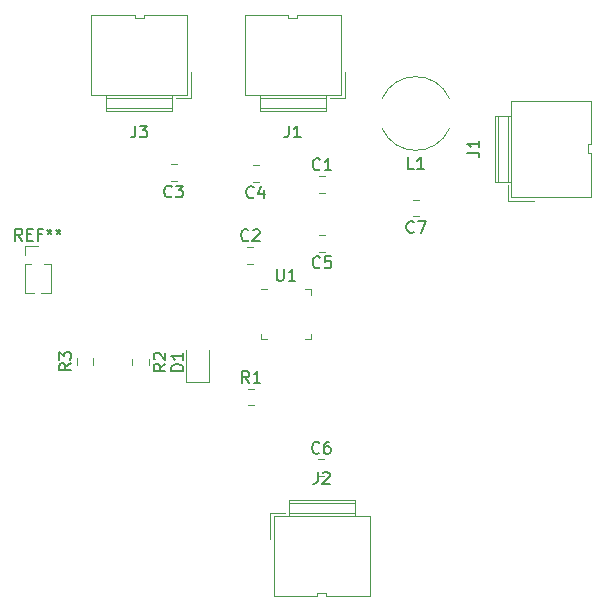
<source format=gbr>
G04 #@! TF.GenerationSoftware,KiCad,Pcbnew,(5.1.5)-3*
G04 #@! TF.CreationDate,2022-02-08T11:29:21-03:00*
G04 #@! TF.ProjectId,bq24160,62713234-3136-4302-9e6b-696361645f70,rev?*
G04 #@! TF.SameCoordinates,Original*
G04 #@! TF.FileFunction,Legend,Top*
G04 #@! TF.FilePolarity,Positive*
%FSLAX46Y46*%
G04 Gerber Fmt 4.6, Leading zero omitted, Abs format (unit mm)*
G04 Created by KiCad (PCBNEW (5.1.5)-3) date 2022-02-08 11:29:21*
%MOMM*%
%LPD*%
G04 APERTURE LIST*
%ADD10C,0.120000*%
%ADD11C,0.150000*%
G04 APERTURE END LIST*
D10*
X119830000Y-77910000D02*
X115000000Y-77910000D01*
X115000000Y-86040000D02*
X119830000Y-86040000D01*
X113090000Y-86040000D02*
X113090000Y-77910000D01*
X113090000Y-84770000D02*
X111700000Y-84770000D01*
X113090000Y-79180000D02*
X111700000Y-79180000D01*
X111700000Y-84770000D02*
X111700000Y-79180000D01*
X113090000Y-86040000D02*
X115000000Y-86040000D01*
X113090000Y-77910000D02*
X115000000Y-77910000D01*
X111950000Y-84770000D02*
X111950000Y-79180000D01*
X112840000Y-84770000D02*
X112840000Y-79180000D01*
X119570000Y-81590000D02*
X119830000Y-81590000D01*
X119570000Y-82360000D02*
X119570000Y-81590000D01*
X119830000Y-82360000D02*
X119570000Y-82360000D01*
X119830000Y-82360000D02*
X119830000Y-86040000D01*
X119830000Y-81590000D02*
X119830000Y-77910000D01*
X112800000Y-85080000D02*
X112800000Y-86380000D01*
X112800000Y-86380000D02*
X115000000Y-86380000D01*
X71890000Y-90240000D02*
X73000000Y-90240000D01*
X71890000Y-91000000D02*
X71890000Y-90240000D01*
X73563471Y-91760000D02*
X74110000Y-91760000D01*
X71890000Y-91760000D02*
X72436529Y-91760000D01*
X74110000Y-91760000D02*
X74110000Y-94235000D01*
X71890000Y-91760000D02*
X71890000Y-94235000D01*
X73307530Y-94235000D02*
X74110000Y-94235000D01*
X71890000Y-94235000D02*
X72692470Y-94235000D01*
X96803922Y-84290000D02*
X97321078Y-84290000D01*
X96803922Y-85710000D02*
X97321078Y-85710000D01*
X90741422Y-91710000D02*
X91258578Y-91710000D01*
X90741422Y-90290000D02*
X91258578Y-90290000D01*
X84758578Y-83290000D02*
X84241422Y-83290000D01*
X84758578Y-84710000D02*
X84241422Y-84710000D01*
X91696078Y-84772500D02*
X91178922Y-84772500D01*
X91696078Y-83352500D02*
X91178922Y-83352500D01*
X97321078Y-90710000D02*
X96803922Y-90710000D01*
X97321078Y-89290000D02*
X96803922Y-89290000D01*
X96741422Y-109710000D02*
X97258578Y-109710000D01*
X96741422Y-108290000D02*
X97258578Y-108290000D01*
X105258578Y-87710000D02*
X104741422Y-87710000D01*
X105258578Y-86290000D02*
X104741422Y-86290000D01*
X85540000Y-99062500D02*
X85540000Y-101747500D01*
X85540000Y-101747500D02*
X87460000Y-101747500D01*
X87460000Y-101747500D02*
X87460000Y-99062500D01*
X99000000Y-77700000D02*
X99000000Y-75500000D01*
X97700000Y-77700000D02*
X99000000Y-77700000D01*
X94210000Y-70670000D02*
X90530000Y-70670000D01*
X94980000Y-70670000D02*
X98660000Y-70670000D01*
X94980000Y-70670000D02*
X94980000Y-70930000D01*
X94980000Y-70930000D02*
X94210000Y-70930000D01*
X94210000Y-70930000D02*
X94210000Y-70670000D01*
X97390000Y-77660000D02*
X91800000Y-77660000D01*
X97390000Y-78550000D02*
X91800000Y-78550000D01*
X90530000Y-77410000D02*
X90530000Y-75500000D01*
X98660000Y-77410000D02*
X98660000Y-75500000D01*
X97390000Y-78800000D02*
X91800000Y-78800000D01*
X91800000Y-77410000D02*
X91800000Y-78800000D01*
X97390000Y-77410000D02*
X97390000Y-78800000D01*
X98660000Y-77410000D02*
X90530000Y-77410000D01*
X98660000Y-75500000D02*
X98660000Y-70670000D01*
X90530000Y-70670000D02*
X90530000Y-75500000D01*
X101090000Y-119830000D02*
X101090000Y-115000000D01*
X92960000Y-115000000D02*
X92960000Y-119830000D01*
X92960000Y-113090000D02*
X101090000Y-113090000D01*
X94230000Y-113090000D02*
X94230000Y-111700000D01*
X99820000Y-113090000D02*
X99820000Y-111700000D01*
X94230000Y-111700000D02*
X99820000Y-111700000D01*
X92960000Y-113090000D02*
X92960000Y-115000000D01*
X101090000Y-113090000D02*
X101090000Y-115000000D01*
X94230000Y-111950000D02*
X99820000Y-111950000D01*
X94230000Y-112840000D02*
X99820000Y-112840000D01*
X97410000Y-119570000D02*
X97410000Y-119830000D01*
X96640000Y-119570000D02*
X97410000Y-119570000D01*
X96640000Y-119830000D02*
X96640000Y-119570000D01*
X96640000Y-119830000D02*
X92960000Y-119830000D01*
X97410000Y-119830000D02*
X101090000Y-119830000D01*
X93920000Y-112800000D02*
X92620000Y-112800000D01*
X92620000Y-112800000D02*
X92620000Y-115000000D01*
X86000000Y-77700000D02*
X86000000Y-75500000D01*
X84700000Y-77700000D02*
X86000000Y-77700000D01*
X81210000Y-70670000D02*
X77530000Y-70670000D01*
X81980000Y-70670000D02*
X85660000Y-70670000D01*
X81980000Y-70670000D02*
X81980000Y-70930000D01*
X81980000Y-70930000D02*
X81210000Y-70930000D01*
X81210000Y-70930000D02*
X81210000Y-70670000D01*
X84390000Y-77660000D02*
X78800000Y-77660000D01*
X84390000Y-78550000D02*
X78800000Y-78550000D01*
X77530000Y-77410000D02*
X77530000Y-75500000D01*
X85660000Y-77410000D02*
X85660000Y-75500000D01*
X84390000Y-78800000D02*
X78800000Y-78800000D01*
X78800000Y-77410000D02*
X78800000Y-78800000D01*
X84390000Y-77410000D02*
X84390000Y-78800000D01*
X85660000Y-77410000D02*
X77530000Y-77410000D01*
X85660000Y-75500000D02*
X85660000Y-70670000D01*
X77530000Y-70670000D02*
X77530000Y-75500000D01*
X102145740Y-80260000D02*
G75*
G03X107854260Y-80260000I2854260J1260000D01*
G01*
X102145740Y-77740000D02*
G75*
G02X107854260Y-77740000I2854260J-1260000D01*
G01*
X90803922Y-103710000D02*
X91321078Y-103710000D01*
X90803922Y-102290000D02*
X91321078Y-102290000D01*
X82410000Y-99778922D02*
X82410000Y-100296078D01*
X80990000Y-99778922D02*
X80990000Y-100296078D01*
X77710000Y-100258578D02*
X77710000Y-99741422D01*
X76290000Y-100258578D02*
X76290000Y-99741422D01*
X95635000Y-93890000D02*
X96110000Y-93890000D01*
X96110000Y-93890000D02*
X96110000Y-94365000D01*
X92365000Y-98110000D02*
X91890000Y-98110000D01*
X91890000Y-98110000D02*
X91890000Y-97635000D01*
X95635000Y-98110000D02*
X96110000Y-98110000D01*
X96110000Y-98110000D02*
X96110000Y-97635000D01*
X92365000Y-93890000D02*
X91890000Y-93890000D01*
D11*
X109372380Y-82303333D02*
X110086666Y-82303333D01*
X110229523Y-82350952D01*
X110324761Y-82446190D01*
X110372380Y-82589047D01*
X110372380Y-82684285D01*
X110372380Y-81303333D02*
X110372380Y-81874761D01*
X110372380Y-81589047D02*
X109372380Y-81589047D01*
X109515238Y-81684285D01*
X109610476Y-81779523D01*
X109658095Y-81874761D01*
X71666666Y-89757380D02*
X71333333Y-89281190D01*
X71095238Y-89757380D02*
X71095238Y-88757380D01*
X71476190Y-88757380D01*
X71571428Y-88805000D01*
X71619047Y-88852619D01*
X71666666Y-88947857D01*
X71666666Y-89090714D01*
X71619047Y-89185952D01*
X71571428Y-89233571D01*
X71476190Y-89281190D01*
X71095238Y-89281190D01*
X72095238Y-89233571D02*
X72428571Y-89233571D01*
X72571428Y-89757380D02*
X72095238Y-89757380D01*
X72095238Y-88757380D01*
X72571428Y-88757380D01*
X73333333Y-89233571D02*
X73000000Y-89233571D01*
X73000000Y-89757380D02*
X73000000Y-88757380D01*
X73476190Y-88757380D01*
X74000000Y-88757380D02*
X74000000Y-88995476D01*
X73761904Y-88900238D02*
X74000000Y-88995476D01*
X74238095Y-88900238D01*
X73857142Y-89185952D02*
X74000000Y-88995476D01*
X74142857Y-89185952D01*
X74761904Y-88757380D02*
X74761904Y-88995476D01*
X74523809Y-88900238D02*
X74761904Y-88995476D01*
X75000000Y-88900238D01*
X74619047Y-89185952D02*
X74761904Y-88995476D01*
X74904761Y-89185952D01*
X96895833Y-83707142D02*
X96848214Y-83754761D01*
X96705357Y-83802380D01*
X96610119Y-83802380D01*
X96467261Y-83754761D01*
X96372023Y-83659523D01*
X96324404Y-83564285D01*
X96276785Y-83373809D01*
X96276785Y-83230952D01*
X96324404Y-83040476D01*
X96372023Y-82945238D01*
X96467261Y-82850000D01*
X96610119Y-82802380D01*
X96705357Y-82802380D01*
X96848214Y-82850000D01*
X96895833Y-82897619D01*
X97848214Y-83802380D02*
X97276785Y-83802380D01*
X97562500Y-83802380D02*
X97562500Y-82802380D01*
X97467261Y-82945238D01*
X97372023Y-83040476D01*
X97276785Y-83088095D01*
X90833333Y-89707142D02*
X90785714Y-89754761D01*
X90642857Y-89802380D01*
X90547619Y-89802380D01*
X90404761Y-89754761D01*
X90309523Y-89659523D01*
X90261904Y-89564285D01*
X90214285Y-89373809D01*
X90214285Y-89230952D01*
X90261904Y-89040476D01*
X90309523Y-88945238D01*
X90404761Y-88850000D01*
X90547619Y-88802380D01*
X90642857Y-88802380D01*
X90785714Y-88850000D01*
X90833333Y-88897619D01*
X91214285Y-88897619D02*
X91261904Y-88850000D01*
X91357142Y-88802380D01*
X91595238Y-88802380D01*
X91690476Y-88850000D01*
X91738095Y-88897619D01*
X91785714Y-88992857D01*
X91785714Y-89088095D01*
X91738095Y-89230952D01*
X91166666Y-89802380D01*
X91785714Y-89802380D01*
X84333333Y-86007142D02*
X84285714Y-86054761D01*
X84142857Y-86102380D01*
X84047619Y-86102380D01*
X83904761Y-86054761D01*
X83809523Y-85959523D01*
X83761904Y-85864285D01*
X83714285Y-85673809D01*
X83714285Y-85530952D01*
X83761904Y-85340476D01*
X83809523Y-85245238D01*
X83904761Y-85150000D01*
X84047619Y-85102380D01*
X84142857Y-85102380D01*
X84285714Y-85150000D01*
X84333333Y-85197619D01*
X84666666Y-85102380D02*
X85285714Y-85102380D01*
X84952380Y-85483333D01*
X85095238Y-85483333D01*
X85190476Y-85530952D01*
X85238095Y-85578571D01*
X85285714Y-85673809D01*
X85285714Y-85911904D01*
X85238095Y-86007142D01*
X85190476Y-86054761D01*
X85095238Y-86102380D01*
X84809523Y-86102380D01*
X84714285Y-86054761D01*
X84666666Y-86007142D01*
X91270833Y-86069642D02*
X91223214Y-86117261D01*
X91080357Y-86164880D01*
X90985119Y-86164880D01*
X90842261Y-86117261D01*
X90747023Y-86022023D01*
X90699404Y-85926785D01*
X90651785Y-85736309D01*
X90651785Y-85593452D01*
X90699404Y-85402976D01*
X90747023Y-85307738D01*
X90842261Y-85212500D01*
X90985119Y-85164880D01*
X91080357Y-85164880D01*
X91223214Y-85212500D01*
X91270833Y-85260119D01*
X92127976Y-85498214D02*
X92127976Y-86164880D01*
X91889880Y-85117261D02*
X91651785Y-85831547D01*
X92270833Y-85831547D01*
X96895833Y-92007142D02*
X96848214Y-92054761D01*
X96705357Y-92102380D01*
X96610119Y-92102380D01*
X96467261Y-92054761D01*
X96372023Y-91959523D01*
X96324404Y-91864285D01*
X96276785Y-91673809D01*
X96276785Y-91530952D01*
X96324404Y-91340476D01*
X96372023Y-91245238D01*
X96467261Y-91150000D01*
X96610119Y-91102380D01*
X96705357Y-91102380D01*
X96848214Y-91150000D01*
X96895833Y-91197619D01*
X97800595Y-91102380D02*
X97324404Y-91102380D01*
X97276785Y-91578571D01*
X97324404Y-91530952D01*
X97419642Y-91483333D01*
X97657738Y-91483333D01*
X97752976Y-91530952D01*
X97800595Y-91578571D01*
X97848214Y-91673809D01*
X97848214Y-91911904D01*
X97800595Y-92007142D01*
X97752976Y-92054761D01*
X97657738Y-92102380D01*
X97419642Y-92102380D01*
X97324404Y-92054761D01*
X97276785Y-92007142D01*
X96833333Y-107707142D02*
X96785714Y-107754761D01*
X96642857Y-107802380D01*
X96547619Y-107802380D01*
X96404761Y-107754761D01*
X96309523Y-107659523D01*
X96261904Y-107564285D01*
X96214285Y-107373809D01*
X96214285Y-107230952D01*
X96261904Y-107040476D01*
X96309523Y-106945238D01*
X96404761Y-106850000D01*
X96547619Y-106802380D01*
X96642857Y-106802380D01*
X96785714Y-106850000D01*
X96833333Y-106897619D01*
X97690476Y-106802380D02*
X97500000Y-106802380D01*
X97404761Y-106850000D01*
X97357142Y-106897619D01*
X97261904Y-107040476D01*
X97214285Y-107230952D01*
X97214285Y-107611904D01*
X97261904Y-107707142D01*
X97309523Y-107754761D01*
X97404761Y-107802380D01*
X97595238Y-107802380D01*
X97690476Y-107754761D01*
X97738095Y-107707142D01*
X97785714Y-107611904D01*
X97785714Y-107373809D01*
X97738095Y-107278571D01*
X97690476Y-107230952D01*
X97595238Y-107183333D01*
X97404761Y-107183333D01*
X97309523Y-107230952D01*
X97261904Y-107278571D01*
X97214285Y-107373809D01*
X104833333Y-89007142D02*
X104785714Y-89054761D01*
X104642857Y-89102380D01*
X104547619Y-89102380D01*
X104404761Y-89054761D01*
X104309523Y-88959523D01*
X104261904Y-88864285D01*
X104214285Y-88673809D01*
X104214285Y-88530952D01*
X104261904Y-88340476D01*
X104309523Y-88245238D01*
X104404761Y-88150000D01*
X104547619Y-88102380D01*
X104642857Y-88102380D01*
X104785714Y-88150000D01*
X104833333Y-88197619D01*
X105166666Y-88102380D02*
X105833333Y-88102380D01*
X105404761Y-89102380D01*
X85302380Y-100800595D02*
X84302380Y-100800595D01*
X84302380Y-100562500D01*
X84350000Y-100419642D01*
X84445238Y-100324404D01*
X84540476Y-100276785D01*
X84730952Y-100229166D01*
X84873809Y-100229166D01*
X85064285Y-100276785D01*
X85159523Y-100324404D01*
X85254761Y-100419642D01*
X85302380Y-100562500D01*
X85302380Y-100800595D01*
X85302380Y-99276785D02*
X85302380Y-99848214D01*
X85302380Y-99562500D02*
X84302380Y-99562500D01*
X84445238Y-99657738D01*
X84540476Y-99752976D01*
X84588095Y-99848214D01*
X94256666Y-80032380D02*
X94256666Y-80746666D01*
X94209047Y-80889523D01*
X94113809Y-80984761D01*
X93970952Y-81032380D01*
X93875714Y-81032380D01*
X95256666Y-81032380D02*
X94685238Y-81032380D01*
X94970952Y-81032380D02*
X94970952Y-80032380D01*
X94875714Y-80175238D01*
X94780476Y-80270476D01*
X94685238Y-80318095D01*
X96696666Y-109372380D02*
X96696666Y-110086666D01*
X96649047Y-110229523D01*
X96553809Y-110324761D01*
X96410952Y-110372380D01*
X96315714Y-110372380D01*
X97125238Y-109467619D02*
X97172857Y-109420000D01*
X97268095Y-109372380D01*
X97506190Y-109372380D01*
X97601428Y-109420000D01*
X97649047Y-109467619D01*
X97696666Y-109562857D01*
X97696666Y-109658095D01*
X97649047Y-109800952D01*
X97077619Y-110372380D01*
X97696666Y-110372380D01*
X81256666Y-80032380D02*
X81256666Y-80746666D01*
X81209047Y-80889523D01*
X81113809Y-80984761D01*
X80970952Y-81032380D01*
X80875714Y-81032380D01*
X81637619Y-80032380D02*
X82256666Y-80032380D01*
X81923333Y-80413333D01*
X82066190Y-80413333D01*
X82161428Y-80460952D01*
X82209047Y-80508571D01*
X82256666Y-80603809D01*
X82256666Y-80841904D01*
X82209047Y-80937142D01*
X82161428Y-80984761D01*
X82066190Y-81032380D01*
X81780476Y-81032380D01*
X81685238Y-80984761D01*
X81637619Y-80937142D01*
X104833333Y-83702380D02*
X104357142Y-83702380D01*
X104357142Y-82702380D01*
X105690476Y-83702380D02*
X105119047Y-83702380D01*
X105404761Y-83702380D02*
X105404761Y-82702380D01*
X105309523Y-82845238D01*
X105214285Y-82940476D01*
X105119047Y-82988095D01*
X90895833Y-101802380D02*
X90562500Y-101326190D01*
X90324404Y-101802380D02*
X90324404Y-100802380D01*
X90705357Y-100802380D01*
X90800595Y-100850000D01*
X90848214Y-100897619D01*
X90895833Y-100992857D01*
X90895833Y-101135714D01*
X90848214Y-101230952D01*
X90800595Y-101278571D01*
X90705357Y-101326190D01*
X90324404Y-101326190D01*
X91848214Y-101802380D02*
X91276785Y-101802380D01*
X91562500Y-101802380D02*
X91562500Y-100802380D01*
X91467261Y-100945238D01*
X91372023Y-101040476D01*
X91276785Y-101088095D01*
X83802380Y-100204166D02*
X83326190Y-100537500D01*
X83802380Y-100775595D02*
X82802380Y-100775595D01*
X82802380Y-100394642D01*
X82850000Y-100299404D01*
X82897619Y-100251785D01*
X82992857Y-100204166D01*
X83135714Y-100204166D01*
X83230952Y-100251785D01*
X83278571Y-100299404D01*
X83326190Y-100394642D01*
X83326190Y-100775595D01*
X82897619Y-99823214D02*
X82850000Y-99775595D01*
X82802380Y-99680357D01*
X82802380Y-99442261D01*
X82850000Y-99347023D01*
X82897619Y-99299404D01*
X82992857Y-99251785D01*
X83088095Y-99251785D01*
X83230952Y-99299404D01*
X83802380Y-99870833D01*
X83802380Y-99251785D01*
X75802380Y-100166666D02*
X75326190Y-100500000D01*
X75802380Y-100738095D02*
X74802380Y-100738095D01*
X74802380Y-100357142D01*
X74850000Y-100261904D01*
X74897619Y-100214285D01*
X74992857Y-100166666D01*
X75135714Y-100166666D01*
X75230952Y-100214285D01*
X75278571Y-100261904D01*
X75326190Y-100357142D01*
X75326190Y-100738095D01*
X74802380Y-99833333D02*
X74802380Y-99214285D01*
X75183333Y-99547619D01*
X75183333Y-99404761D01*
X75230952Y-99309523D01*
X75278571Y-99261904D01*
X75373809Y-99214285D01*
X75611904Y-99214285D01*
X75707142Y-99261904D01*
X75754761Y-99309523D01*
X75802380Y-99404761D01*
X75802380Y-99690476D01*
X75754761Y-99785714D01*
X75707142Y-99833333D01*
X93238095Y-92152380D02*
X93238095Y-92961904D01*
X93285714Y-93057142D01*
X93333333Y-93104761D01*
X93428571Y-93152380D01*
X93619047Y-93152380D01*
X93714285Y-93104761D01*
X93761904Y-93057142D01*
X93809523Y-92961904D01*
X93809523Y-92152380D01*
X94809523Y-93152380D02*
X94238095Y-93152380D01*
X94523809Y-93152380D02*
X94523809Y-92152380D01*
X94428571Y-92295238D01*
X94333333Y-92390476D01*
X94238095Y-92438095D01*
M02*

</source>
